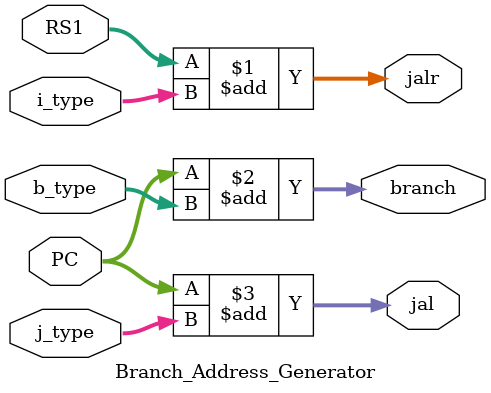
<source format=sv>
`timescale 1ns / 1ps


module Branch_Address_Generator(
    input [31:0] j_type, //io for module
    input [31:0] b_type,
    input [31:0] i_type,
    input [31:0] RS1,
    input [31:0] PC,
    output logic [31:0] jalr,
    output logic [31:0] branch,
    output logic [31:0] jal
    );
    //simultaneous branch address generation
    assign jalr = RS1 + i_type; //creates branch address for jalr instr by adding RS1 to i-type immediate
    assign branch = PC + b_type; //creates branch address for branch instr by adding PC to b-type immediate
    assign jal = PC + j_type; //creates branch address for jal instr by adding PC to j-type immediate
    
endmodule

</source>
